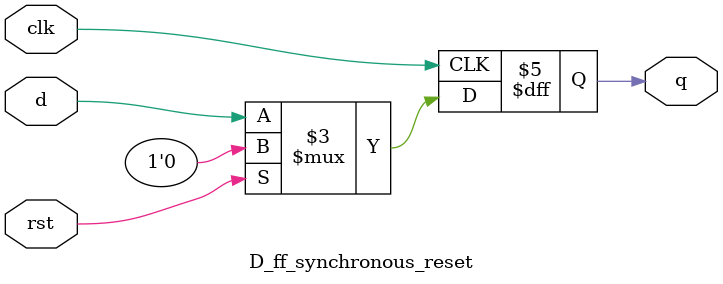
<source format=v>
`timescale 1ns / 1ps

module D_ff_synchronous_reset(
input d,clk,rst,
output reg q
    );
    always @(posedge clk )
    if(rst)
    q<=0;
    else 
    q<=d;
    
endmodule
</source>
